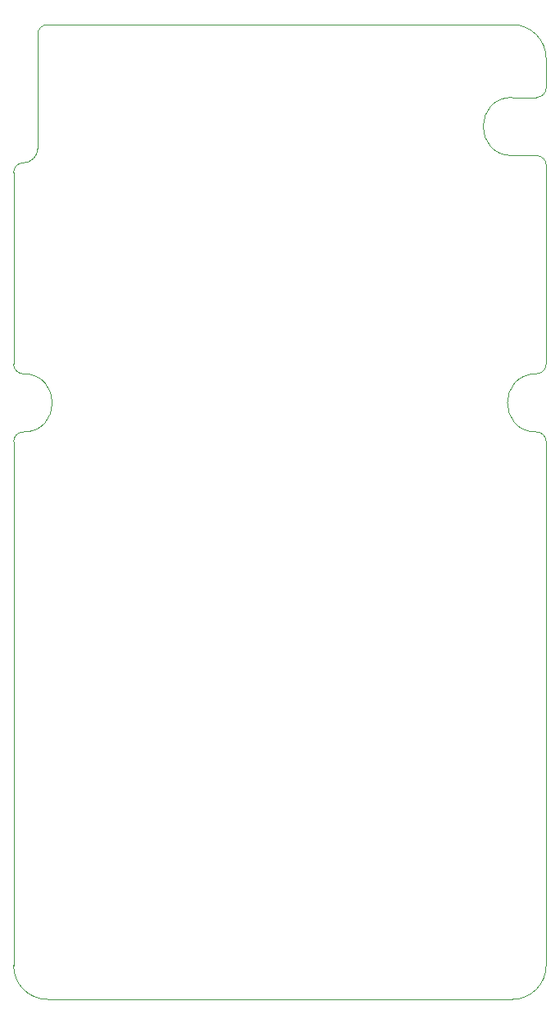
<source format=gm1>
%TF.GenerationSoftware,KiCad,Pcbnew,9.0.0*%
%TF.CreationDate,2025-08-17T15:41:59-06:00*%
%TF.ProjectId,OSS Radio Hardware Design,4f535320-5261-4646-996f-204861726477,rev?*%
%TF.SameCoordinates,Original*%
%TF.FileFunction,Profile,NP*%
%FSLAX46Y46*%
G04 Gerber Fmt 4.6, Leading zero omitted, Abs format (unit mm)*
G04 Created by KiCad (PCBNEW 9.0.0) date 2025-08-17 15:41:59*
%MOMM*%
%LPD*%
G01*
G04 APERTURE LIST*
%TA.AperFunction,Profile*%
%ADD10C,0.050000*%
%TD*%
G04 APERTURE END LIST*
D10*
X111000000Y-46000000D02*
G75*
G02*
X114500000Y-49500000I0J-3500000D01*
G01*
X111000000Y-59500000D02*
G75*
G02*
X111000000Y-53500000I0J3000000D01*
G01*
X113500000Y-88000000D02*
G75*
G02*
X113500000Y-82000000I0J3000000D01*
G01*
X114500000Y-143000000D02*
G75*
G02*
X111000000Y-146500000I-3500000J0D01*
G01*
X114500000Y-52500000D02*
G75*
G02*
X113500000Y-53500000I-1000000J0D01*
G01*
X114500000Y-81000000D02*
G75*
G02*
X113500000Y-82000000I-1000000J0D01*
G01*
X59500000Y-61250000D02*
G75*
G02*
X60500000Y-60250000I1000000J0D01*
G01*
X113500000Y-53500000D02*
X111000000Y-53500000D01*
X111000000Y-59500000D02*
X113500000Y-59500000D01*
X114500000Y-89000000D02*
X114500000Y-143000000D01*
X114500000Y-81000000D02*
X114500000Y-60500000D01*
X62000000Y-47000000D02*
G75*
G02*
X63000000Y-46000000I1000000J0D01*
G01*
X60500000Y-82000000D02*
G75*
G02*
X59500000Y-81000000I0J1000000D01*
G01*
X59500000Y-89000000D02*
G75*
G02*
X60500000Y-88000000I1000000J0D01*
G01*
X111000000Y-146500000D02*
X63000000Y-146500000D01*
X113500000Y-88000000D02*
G75*
G02*
X114500000Y-89000000I0J-1000000D01*
G01*
X62000000Y-58750000D02*
X62000000Y-47000000D01*
X113500000Y-59500000D02*
G75*
G02*
X114500000Y-60500000I0J-1000000D01*
G01*
X60500000Y-82000000D02*
G75*
G02*
X60500000Y-88000000I0J-3000000D01*
G01*
X59500000Y-81000000D02*
X59500000Y-61250000D01*
X63000000Y-146500000D02*
G75*
G02*
X59500000Y-143000000I0J3500000D01*
G01*
X59500000Y-143000000D02*
X59500000Y-89000000D01*
X63000000Y-46000000D02*
X111000000Y-46000000D01*
X114500000Y-52500000D02*
X114500000Y-49500000D01*
X62000000Y-58750000D02*
G75*
G02*
X60500000Y-60250000I-1500000J0D01*
G01*
M02*

</source>
